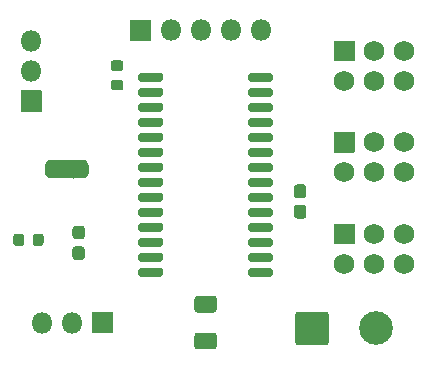
<source format=gbr>
G04 #@! TF.GenerationSoftware,KiCad,Pcbnew,(5.1.8)-1*
G04 #@! TF.CreationDate,2021-02-17T15:41:40-07:00*
G04 #@! TF.ProjectId,LED-Controller,4c45442d-436f-46e7-9472-6f6c6c65722e,rev?*
G04 #@! TF.SameCoordinates,Original*
G04 #@! TF.FileFunction,Soldermask,Top*
G04 #@! TF.FilePolarity,Negative*
%FSLAX46Y46*%
G04 Gerber Fmt 4.6, Leading zero omitted, Abs format (unit mm)*
G04 Created by KiCad (PCBNEW (5.1.8)-1) date 2021-02-17 15:41:40*
%MOMM*%
%LPD*%
G01*
G04 APERTURE LIST*
%ADD10C,1.752000*%
%ADD11C,2.852000*%
%ADD12C,0.100000*%
%ADD13O,1.802000X1.802000*%
G04 APERTURE END LIST*
D10*
X153830000Y-91540000D03*
X151290000Y-91540000D03*
X148750000Y-91540000D03*
X153830000Y-89000000D03*
X151290000Y-89000000D03*
G36*
G01*
X147925000Y-88124000D02*
X149575000Y-88124000D01*
G75*
G02*
X149626000Y-88175000I0J-51000D01*
G01*
X149626000Y-89825000D01*
G75*
G02*
X149575000Y-89876000I-51000J0D01*
G01*
X147925000Y-89876000D01*
G75*
G02*
X147874000Y-89825000I0J51000D01*
G01*
X147874000Y-88175000D01*
G75*
G02*
X147925000Y-88124000I51000J0D01*
G01*
G37*
X153830000Y-83790000D03*
X151290000Y-83790000D03*
X148750000Y-83790000D03*
X153830000Y-81250000D03*
X151290000Y-81250000D03*
G36*
G01*
X147925000Y-80374000D02*
X149575000Y-80374000D01*
G75*
G02*
X149626000Y-80425000I0J-51000D01*
G01*
X149626000Y-82075000D01*
G75*
G02*
X149575000Y-82126000I-51000J0D01*
G01*
X147925000Y-82126000D01*
G75*
G02*
X147874000Y-82075000I0J51000D01*
G01*
X147874000Y-80425000D01*
G75*
G02*
X147925000Y-80374000I51000J0D01*
G01*
G37*
X153830000Y-76040000D03*
X151290000Y-76040000D03*
X148750000Y-76040000D03*
X153830000Y-73500000D03*
X151290000Y-73500000D03*
G36*
G01*
X147925000Y-72624000D02*
X149575000Y-72624000D01*
G75*
G02*
X149626000Y-72675000I0J-51000D01*
G01*
X149626000Y-74325000D01*
G75*
G02*
X149575000Y-74376000I-51000J0D01*
G01*
X147925000Y-74376000D01*
G75*
G02*
X147874000Y-74325000I0J51000D01*
G01*
X147874000Y-72675000D01*
G75*
G02*
X147925000Y-72624000I51000J0D01*
G01*
G37*
D11*
X151400000Y-97000000D03*
G36*
G01*
X144574000Y-98166730D02*
X144574000Y-95833270D01*
G75*
G02*
X144833270Y-95574000I259270J0D01*
G01*
X147166730Y-95574000D01*
G75*
G02*
X147426000Y-95833270I0J-259270D01*
G01*
X147426000Y-98166730D01*
G75*
G02*
X147166730Y-98426000I-259270J0D01*
G01*
X144833270Y-98426000D01*
G75*
G02*
X144574000Y-98166730I0J259270D01*
G01*
G37*
D12*
G36*
X125990050Y-84300020D02*
G01*
X125980483Y-84297118D01*
X125971666Y-84292405D01*
X125963938Y-84286062D01*
X125957595Y-84278334D01*
X125952882Y-84269517D01*
X125949980Y-84259950D01*
X125949000Y-84250000D01*
X125949000Y-82750000D01*
X125949980Y-82740050D01*
X125952882Y-82730483D01*
X125957595Y-82721666D01*
X125963938Y-82713938D01*
X125971666Y-82707595D01*
X125980483Y-82702882D01*
X125990050Y-82699980D01*
X126000000Y-82699000D01*
X126550000Y-82699000D01*
X126556112Y-82699602D01*
X126574534Y-82699602D01*
X126579533Y-82699848D01*
X126628364Y-82704658D01*
X126633314Y-82705392D01*
X126681439Y-82714964D01*
X126686295Y-82716180D01*
X126733250Y-82730424D01*
X126737961Y-82732110D01*
X126783294Y-82750887D01*
X126787820Y-82753027D01*
X126831093Y-82776158D01*
X126835384Y-82778731D01*
X126876183Y-82805991D01*
X126880204Y-82808973D01*
X126918133Y-82840101D01*
X126921841Y-82843462D01*
X126956538Y-82878159D01*
X126959899Y-82881867D01*
X126991027Y-82919796D01*
X126994009Y-82923817D01*
X127021269Y-82964616D01*
X127023842Y-82968907D01*
X127046973Y-83012180D01*
X127049113Y-83016706D01*
X127067890Y-83062039D01*
X127069576Y-83066750D01*
X127083820Y-83113705D01*
X127085036Y-83118561D01*
X127094608Y-83166686D01*
X127095342Y-83171636D01*
X127100152Y-83220467D01*
X127100398Y-83225466D01*
X127100398Y-83243888D01*
X127101000Y-83250000D01*
X127101000Y-83750000D01*
X127100398Y-83756112D01*
X127100398Y-83774534D01*
X127100152Y-83779533D01*
X127095342Y-83828364D01*
X127094608Y-83833314D01*
X127085036Y-83881439D01*
X127083820Y-83886295D01*
X127069576Y-83933250D01*
X127067890Y-83937961D01*
X127049113Y-83983294D01*
X127046973Y-83987820D01*
X127023842Y-84031093D01*
X127021269Y-84035384D01*
X126994009Y-84076183D01*
X126991027Y-84080204D01*
X126959899Y-84118133D01*
X126956538Y-84121841D01*
X126921841Y-84156538D01*
X126918133Y-84159899D01*
X126880204Y-84191027D01*
X126876183Y-84194009D01*
X126835384Y-84221269D01*
X126831093Y-84223842D01*
X126787820Y-84246973D01*
X126783294Y-84249113D01*
X126737961Y-84267890D01*
X126733250Y-84269576D01*
X126686295Y-84283820D01*
X126681439Y-84285036D01*
X126633314Y-84294608D01*
X126628364Y-84295342D01*
X126579533Y-84300152D01*
X126574534Y-84300398D01*
X126556112Y-84300398D01*
X126550000Y-84301000D01*
X126000000Y-84301000D01*
X125990050Y-84300020D01*
G37*
G36*
G01*
X125801000Y-82750000D02*
X125801000Y-84250000D01*
G75*
G02*
X125750000Y-84301000I-51000J0D01*
G01*
X124750000Y-84301000D01*
G75*
G02*
X124699000Y-84250000I0J51000D01*
G01*
X124699000Y-82750000D01*
G75*
G02*
X124750000Y-82699000I51000J0D01*
G01*
X125750000Y-82699000D01*
G75*
G02*
X125801000Y-82750000I0J-51000D01*
G01*
G37*
G36*
X123943888Y-84300398D02*
G01*
X123925466Y-84300398D01*
X123920467Y-84300152D01*
X123871636Y-84295342D01*
X123866686Y-84294608D01*
X123818561Y-84285036D01*
X123813705Y-84283820D01*
X123766750Y-84269576D01*
X123762039Y-84267890D01*
X123716706Y-84249113D01*
X123712180Y-84246973D01*
X123668907Y-84223842D01*
X123664616Y-84221269D01*
X123623817Y-84194009D01*
X123619796Y-84191027D01*
X123581867Y-84159899D01*
X123578159Y-84156538D01*
X123543462Y-84121841D01*
X123540101Y-84118133D01*
X123508973Y-84080204D01*
X123505991Y-84076183D01*
X123478731Y-84035384D01*
X123476158Y-84031093D01*
X123453027Y-83987820D01*
X123450887Y-83983294D01*
X123432110Y-83937961D01*
X123430424Y-83933250D01*
X123416180Y-83886295D01*
X123414964Y-83881439D01*
X123405392Y-83833314D01*
X123404658Y-83828364D01*
X123399848Y-83779533D01*
X123399602Y-83774534D01*
X123399602Y-83756112D01*
X123399000Y-83750000D01*
X123399000Y-83250000D01*
X123399602Y-83243888D01*
X123399602Y-83225466D01*
X123399848Y-83220467D01*
X123404658Y-83171636D01*
X123405392Y-83166686D01*
X123414964Y-83118561D01*
X123416180Y-83113705D01*
X123430424Y-83066750D01*
X123432110Y-83062039D01*
X123450887Y-83016706D01*
X123453027Y-83012180D01*
X123476158Y-82968907D01*
X123478731Y-82964616D01*
X123505991Y-82923817D01*
X123508973Y-82919796D01*
X123540101Y-82881867D01*
X123543462Y-82878159D01*
X123578159Y-82843462D01*
X123581867Y-82840101D01*
X123619796Y-82808973D01*
X123623817Y-82805991D01*
X123664616Y-82778731D01*
X123668907Y-82776158D01*
X123712180Y-82753027D01*
X123716706Y-82750887D01*
X123762039Y-82732110D01*
X123766750Y-82730424D01*
X123813705Y-82716180D01*
X123818561Y-82714964D01*
X123866686Y-82705392D01*
X123871636Y-82704658D01*
X123920467Y-82699848D01*
X123925466Y-82699602D01*
X123943888Y-82699602D01*
X123950000Y-82699000D01*
X124500000Y-82699000D01*
X124509950Y-82699980D01*
X124519517Y-82702882D01*
X124528334Y-82707595D01*
X124536062Y-82713938D01*
X124542405Y-82721666D01*
X124547118Y-82730483D01*
X124550020Y-82740050D01*
X124551000Y-82750000D01*
X124551000Y-84250000D01*
X124550020Y-84259950D01*
X124547118Y-84269517D01*
X124542405Y-84278334D01*
X124536062Y-84286062D01*
X124528334Y-84292405D01*
X124519517Y-84297118D01*
X124509950Y-84300020D01*
X124500000Y-84301000D01*
X123950000Y-84301000D01*
X123943888Y-84300398D01*
G37*
G36*
G01*
X140574000Y-75920500D02*
X140574000Y-75569500D01*
G75*
G02*
X140749500Y-75394000I175500J0D01*
G01*
X142550500Y-75394000D01*
G75*
G02*
X142726000Y-75569500I0J-175500D01*
G01*
X142726000Y-75920500D01*
G75*
G02*
X142550500Y-76096000I-175500J0D01*
G01*
X140749500Y-76096000D01*
G75*
G02*
X140574000Y-75920500I0J175500D01*
G01*
G37*
G36*
G01*
X140574000Y-77190500D02*
X140574000Y-76839500D01*
G75*
G02*
X140749500Y-76664000I175500J0D01*
G01*
X142550500Y-76664000D01*
G75*
G02*
X142726000Y-76839500I0J-175500D01*
G01*
X142726000Y-77190500D01*
G75*
G02*
X142550500Y-77366000I-175500J0D01*
G01*
X140749500Y-77366000D01*
G75*
G02*
X140574000Y-77190500I0J175500D01*
G01*
G37*
G36*
G01*
X140574000Y-78460500D02*
X140574000Y-78109500D01*
G75*
G02*
X140749500Y-77934000I175500J0D01*
G01*
X142550500Y-77934000D01*
G75*
G02*
X142726000Y-78109500I0J-175500D01*
G01*
X142726000Y-78460500D01*
G75*
G02*
X142550500Y-78636000I-175500J0D01*
G01*
X140749500Y-78636000D01*
G75*
G02*
X140574000Y-78460500I0J175500D01*
G01*
G37*
G36*
G01*
X140574000Y-79730500D02*
X140574000Y-79379500D01*
G75*
G02*
X140749500Y-79204000I175500J0D01*
G01*
X142550500Y-79204000D01*
G75*
G02*
X142726000Y-79379500I0J-175500D01*
G01*
X142726000Y-79730500D01*
G75*
G02*
X142550500Y-79906000I-175500J0D01*
G01*
X140749500Y-79906000D01*
G75*
G02*
X140574000Y-79730500I0J175500D01*
G01*
G37*
G36*
G01*
X140574000Y-81000500D02*
X140574000Y-80649500D01*
G75*
G02*
X140749500Y-80474000I175500J0D01*
G01*
X142550500Y-80474000D01*
G75*
G02*
X142726000Y-80649500I0J-175500D01*
G01*
X142726000Y-81000500D01*
G75*
G02*
X142550500Y-81176000I-175500J0D01*
G01*
X140749500Y-81176000D01*
G75*
G02*
X140574000Y-81000500I0J175500D01*
G01*
G37*
G36*
G01*
X140574000Y-82270500D02*
X140574000Y-81919500D01*
G75*
G02*
X140749500Y-81744000I175500J0D01*
G01*
X142550500Y-81744000D01*
G75*
G02*
X142726000Y-81919500I0J-175500D01*
G01*
X142726000Y-82270500D01*
G75*
G02*
X142550500Y-82446000I-175500J0D01*
G01*
X140749500Y-82446000D01*
G75*
G02*
X140574000Y-82270500I0J175500D01*
G01*
G37*
G36*
G01*
X140574000Y-83540500D02*
X140574000Y-83189500D01*
G75*
G02*
X140749500Y-83014000I175500J0D01*
G01*
X142550500Y-83014000D01*
G75*
G02*
X142726000Y-83189500I0J-175500D01*
G01*
X142726000Y-83540500D01*
G75*
G02*
X142550500Y-83716000I-175500J0D01*
G01*
X140749500Y-83716000D01*
G75*
G02*
X140574000Y-83540500I0J175500D01*
G01*
G37*
G36*
G01*
X140574000Y-84810500D02*
X140574000Y-84459500D01*
G75*
G02*
X140749500Y-84284000I175500J0D01*
G01*
X142550500Y-84284000D01*
G75*
G02*
X142726000Y-84459500I0J-175500D01*
G01*
X142726000Y-84810500D01*
G75*
G02*
X142550500Y-84986000I-175500J0D01*
G01*
X140749500Y-84986000D01*
G75*
G02*
X140574000Y-84810500I0J175500D01*
G01*
G37*
G36*
G01*
X140574000Y-86080500D02*
X140574000Y-85729500D01*
G75*
G02*
X140749500Y-85554000I175500J0D01*
G01*
X142550500Y-85554000D01*
G75*
G02*
X142726000Y-85729500I0J-175500D01*
G01*
X142726000Y-86080500D01*
G75*
G02*
X142550500Y-86256000I-175500J0D01*
G01*
X140749500Y-86256000D01*
G75*
G02*
X140574000Y-86080500I0J175500D01*
G01*
G37*
G36*
G01*
X140574000Y-87350500D02*
X140574000Y-86999500D01*
G75*
G02*
X140749500Y-86824000I175500J0D01*
G01*
X142550500Y-86824000D01*
G75*
G02*
X142726000Y-86999500I0J-175500D01*
G01*
X142726000Y-87350500D01*
G75*
G02*
X142550500Y-87526000I-175500J0D01*
G01*
X140749500Y-87526000D01*
G75*
G02*
X140574000Y-87350500I0J175500D01*
G01*
G37*
G36*
G01*
X140574000Y-88620500D02*
X140574000Y-88269500D01*
G75*
G02*
X140749500Y-88094000I175500J0D01*
G01*
X142550500Y-88094000D01*
G75*
G02*
X142726000Y-88269500I0J-175500D01*
G01*
X142726000Y-88620500D01*
G75*
G02*
X142550500Y-88796000I-175500J0D01*
G01*
X140749500Y-88796000D01*
G75*
G02*
X140574000Y-88620500I0J175500D01*
G01*
G37*
G36*
G01*
X140574000Y-89890500D02*
X140574000Y-89539500D01*
G75*
G02*
X140749500Y-89364000I175500J0D01*
G01*
X142550500Y-89364000D01*
G75*
G02*
X142726000Y-89539500I0J-175500D01*
G01*
X142726000Y-89890500D01*
G75*
G02*
X142550500Y-90066000I-175500J0D01*
G01*
X140749500Y-90066000D01*
G75*
G02*
X140574000Y-89890500I0J175500D01*
G01*
G37*
G36*
G01*
X140574000Y-91160500D02*
X140574000Y-90809500D01*
G75*
G02*
X140749500Y-90634000I175500J0D01*
G01*
X142550500Y-90634000D01*
G75*
G02*
X142726000Y-90809500I0J-175500D01*
G01*
X142726000Y-91160500D01*
G75*
G02*
X142550500Y-91336000I-175500J0D01*
G01*
X140749500Y-91336000D01*
G75*
G02*
X140574000Y-91160500I0J175500D01*
G01*
G37*
G36*
G01*
X140574000Y-92430500D02*
X140574000Y-92079500D01*
G75*
G02*
X140749500Y-91904000I175500J0D01*
G01*
X142550500Y-91904000D01*
G75*
G02*
X142726000Y-92079500I0J-175500D01*
G01*
X142726000Y-92430500D01*
G75*
G02*
X142550500Y-92606000I-175500J0D01*
G01*
X140749500Y-92606000D01*
G75*
G02*
X140574000Y-92430500I0J175500D01*
G01*
G37*
G36*
G01*
X131274000Y-92430500D02*
X131274000Y-92079500D01*
G75*
G02*
X131449500Y-91904000I175500J0D01*
G01*
X133250500Y-91904000D01*
G75*
G02*
X133426000Y-92079500I0J-175500D01*
G01*
X133426000Y-92430500D01*
G75*
G02*
X133250500Y-92606000I-175500J0D01*
G01*
X131449500Y-92606000D01*
G75*
G02*
X131274000Y-92430500I0J175500D01*
G01*
G37*
G36*
G01*
X131274000Y-91160500D02*
X131274000Y-90809500D01*
G75*
G02*
X131449500Y-90634000I175500J0D01*
G01*
X133250500Y-90634000D01*
G75*
G02*
X133426000Y-90809500I0J-175500D01*
G01*
X133426000Y-91160500D01*
G75*
G02*
X133250500Y-91336000I-175500J0D01*
G01*
X131449500Y-91336000D01*
G75*
G02*
X131274000Y-91160500I0J175500D01*
G01*
G37*
G36*
G01*
X131274000Y-89890500D02*
X131274000Y-89539500D01*
G75*
G02*
X131449500Y-89364000I175500J0D01*
G01*
X133250500Y-89364000D01*
G75*
G02*
X133426000Y-89539500I0J-175500D01*
G01*
X133426000Y-89890500D01*
G75*
G02*
X133250500Y-90066000I-175500J0D01*
G01*
X131449500Y-90066000D01*
G75*
G02*
X131274000Y-89890500I0J175500D01*
G01*
G37*
G36*
G01*
X131274000Y-88620500D02*
X131274000Y-88269500D01*
G75*
G02*
X131449500Y-88094000I175500J0D01*
G01*
X133250500Y-88094000D01*
G75*
G02*
X133426000Y-88269500I0J-175500D01*
G01*
X133426000Y-88620500D01*
G75*
G02*
X133250500Y-88796000I-175500J0D01*
G01*
X131449500Y-88796000D01*
G75*
G02*
X131274000Y-88620500I0J175500D01*
G01*
G37*
G36*
G01*
X131274000Y-87350500D02*
X131274000Y-86999500D01*
G75*
G02*
X131449500Y-86824000I175500J0D01*
G01*
X133250500Y-86824000D01*
G75*
G02*
X133426000Y-86999500I0J-175500D01*
G01*
X133426000Y-87350500D01*
G75*
G02*
X133250500Y-87526000I-175500J0D01*
G01*
X131449500Y-87526000D01*
G75*
G02*
X131274000Y-87350500I0J175500D01*
G01*
G37*
G36*
G01*
X131274000Y-86080500D02*
X131274000Y-85729500D01*
G75*
G02*
X131449500Y-85554000I175500J0D01*
G01*
X133250500Y-85554000D01*
G75*
G02*
X133426000Y-85729500I0J-175500D01*
G01*
X133426000Y-86080500D01*
G75*
G02*
X133250500Y-86256000I-175500J0D01*
G01*
X131449500Y-86256000D01*
G75*
G02*
X131274000Y-86080500I0J175500D01*
G01*
G37*
G36*
G01*
X131274000Y-84810500D02*
X131274000Y-84459500D01*
G75*
G02*
X131449500Y-84284000I175500J0D01*
G01*
X133250500Y-84284000D01*
G75*
G02*
X133426000Y-84459500I0J-175500D01*
G01*
X133426000Y-84810500D01*
G75*
G02*
X133250500Y-84986000I-175500J0D01*
G01*
X131449500Y-84986000D01*
G75*
G02*
X131274000Y-84810500I0J175500D01*
G01*
G37*
G36*
G01*
X131274000Y-83540500D02*
X131274000Y-83189500D01*
G75*
G02*
X131449500Y-83014000I175500J0D01*
G01*
X133250500Y-83014000D01*
G75*
G02*
X133426000Y-83189500I0J-175500D01*
G01*
X133426000Y-83540500D01*
G75*
G02*
X133250500Y-83716000I-175500J0D01*
G01*
X131449500Y-83716000D01*
G75*
G02*
X131274000Y-83540500I0J175500D01*
G01*
G37*
G36*
G01*
X131274000Y-82270500D02*
X131274000Y-81919500D01*
G75*
G02*
X131449500Y-81744000I175500J0D01*
G01*
X133250500Y-81744000D01*
G75*
G02*
X133426000Y-81919500I0J-175500D01*
G01*
X133426000Y-82270500D01*
G75*
G02*
X133250500Y-82446000I-175500J0D01*
G01*
X131449500Y-82446000D01*
G75*
G02*
X131274000Y-82270500I0J175500D01*
G01*
G37*
G36*
G01*
X131274000Y-81000500D02*
X131274000Y-80649500D01*
G75*
G02*
X131449500Y-80474000I175500J0D01*
G01*
X133250500Y-80474000D01*
G75*
G02*
X133426000Y-80649500I0J-175500D01*
G01*
X133426000Y-81000500D01*
G75*
G02*
X133250500Y-81176000I-175500J0D01*
G01*
X131449500Y-81176000D01*
G75*
G02*
X131274000Y-81000500I0J175500D01*
G01*
G37*
G36*
G01*
X131274000Y-79730500D02*
X131274000Y-79379500D01*
G75*
G02*
X131449500Y-79204000I175500J0D01*
G01*
X133250500Y-79204000D01*
G75*
G02*
X133426000Y-79379500I0J-175500D01*
G01*
X133426000Y-79730500D01*
G75*
G02*
X133250500Y-79906000I-175500J0D01*
G01*
X131449500Y-79906000D01*
G75*
G02*
X131274000Y-79730500I0J175500D01*
G01*
G37*
G36*
G01*
X131274000Y-78460500D02*
X131274000Y-78109500D01*
G75*
G02*
X131449500Y-77934000I175500J0D01*
G01*
X133250500Y-77934000D01*
G75*
G02*
X133426000Y-78109500I0J-175500D01*
G01*
X133426000Y-78460500D01*
G75*
G02*
X133250500Y-78636000I-175500J0D01*
G01*
X131449500Y-78636000D01*
G75*
G02*
X131274000Y-78460500I0J175500D01*
G01*
G37*
G36*
G01*
X131274000Y-77190500D02*
X131274000Y-76839500D01*
G75*
G02*
X131449500Y-76664000I175500J0D01*
G01*
X133250500Y-76664000D01*
G75*
G02*
X133426000Y-76839500I0J-175500D01*
G01*
X133426000Y-77190500D01*
G75*
G02*
X133250500Y-77366000I-175500J0D01*
G01*
X131449500Y-77366000D01*
G75*
G02*
X131274000Y-77190500I0J175500D01*
G01*
G37*
G36*
G01*
X131274000Y-75920500D02*
X131274000Y-75569500D01*
G75*
G02*
X131449500Y-75394000I175500J0D01*
G01*
X133250500Y-75394000D01*
G75*
G02*
X133426000Y-75569500I0J-175500D01*
G01*
X133426000Y-75920500D01*
G75*
G02*
X133250500Y-76096000I-175500J0D01*
G01*
X131449500Y-76096000D01*
G75*
G02*
X131274000Y-75920500I0J175500D01*
G01*
G37*
G36*
G01*
X129800500Y-75201000D02*
X129199500Y-75201000D01*
G75*
G02*
X128974000Y-74975500I0J225500D01*
G01*
X128974000Y-74524500D01*
G75*
G02*
X129199500Y-74299000I225500J0D01*
G01*
X129800500Y-74299000D01*
G75*
G02*
X130026000Y-74524500I0J-225500D01*
G01*
X130026000Y-74975500D01*
G75*
G02*
X129800500Y-75201000I-225500J0D01*
G01*
G37*
G36*
G01*
X129800500Y-76851000D02*
X129199500Y-76851000D01*
G75*
G02*
X128974000Y-76625500I0J225500D01*
G01*
X128974000Y-76174500D01*
G75*
G02*
X129199500Y-75949000I225500J0D01*
G01*
X129800500Y-75949000D01*
G75*
G02*
X130026000Y-76174500I0J-225500D01*
G01*
X130026000Y-76625500D01*
G75*
G02*
X129800500Y-76851000I-225500J0D01*
G01*
G37*
G36*
G01*
X121626000Y-89199500D02*
X121626000Y-89800500D01*
G75*
G02*
X121400500Y-90026000I-225500J0D01*
G01*
X120949500Y-90026000D01*
G75*
G02*
X120724000Y-89800500I0J225500D01*
G01*
X120724000Y-89199500D01*
G75*
G02*
X120949500Y-88974000I225500J0D01*
G01*
X121400500Y-88974000D01*
G75*
G02*
X121626000Y-89199500I0J-225500D01*
G01*
G37*
G36*
G01*
X123276000Y-89199500D02*
X123276000Y-89800500D01*
G75*
G02*
X123050500Y-90026000I-225500J0D01*
G01*
X122599500Y-90026000D01*
G75*
G02*
X122374000Y-89800500I0J225500D01*
G01*
X122374000Y-89199500D01*
G75*
G02*
X122599500Y-88974000I225500J0D01*
G01*
X123050500Y-88974000D01*
G75*
G02*
X123276000Y-89199500I0J-225500D01*
G01*
G37*
D13*
X123170000Y-96500000D03*
X125710000Y-96500000D03*
G36*
G01*
X127400000Y-95599000D02*
X129100000Y-95599000D01*
G75*
G02*
X129151000Y-95650000I0J-51000D01*
G01*
X129151000Y-97350000D01*
G75*
G02*
X129100000Y-97401000I-51000J0D01*
G01*
X127400000Y-97401000D01*
G75*
G02*
X127349000Y-97350000I0J51000D01*
G01*
X127349000Y-95650000D01*
G75*
G02*
X127400000Y-95599000I51000J0D01*
G01*
G37*
X122250000Y-72670000D03*
X122250000Y-75210000D03*
G36*
G01*
X123151000Y-76900000D02*
X123151000Y-78600000D01*
G75*
G02*
X123100000Y-78651000I-51000J0D01*
G01*
X121400000Y-78651000D01*
G75*
G02*
X121349000Y-78600000I0J51000D01*
G01*
X121349000Y-76900000D01*
G75*
G02*
X121400000Y-76849000I51000J0D01*
G01*
X123100000Y-76849000D01*
G75*
G02*
X123151000Y-76900000I0J-51000D01*
G01*
G37*
X141660000Y-71750000D03*
X139120000Y-71750000D03*
X136580000Y-71750000D03*
X134040000Y-71750000D03*
G36*
G01*
X132350000Y-72651000D02*
X130650000Y-72651000D01*
G75*
G02*
X130599000Y-72600000I0J51000D01*
G01*
X130599000Y-70900000D01*
G75*
G02*
X130650000Y-70849000I51000J0D01*
G01*
X132350000Y-70849000D01*
G75*
G02*
X132401000Y-70900000I0J-51000D01*
G01*
X132401000Y-72600000D01*
G75*
G02*
X132350000Y-72651000I-51000J0D01*
G01*
G37*
G36*
G01*
X125987000Y-90049000D02*
X126513000Y-90049000D01*
G75*
G02*
X126776000Y-90312000I0J-263000D01*
G01*
X126776000Y-90938000D01*
G75*
G02*
X126513000Y-91201000I-263000J0D01*
G01*
X125987000Y-91201000D01*
G75*
G02*
X125724000Y-90938000I0J263000D01*
G01*
X125724000Y-90312000D01*
G75*
G02*
X125987000Y-90049000I263000J0D01*
G01*
G37*
G36*
G01*
X125987000Y-88299000D02*
X126513000Y-88299000D01*
G75*
G02*
X126776000Y-88562000I0J-263000D01*
G01*
X126776000Y-89188000D01*
G75*
G02*
X126513000Y-89451000I-263000J0D01*
G01*
X125987000Y-89451000D01*
G75*
G02*
X125724000Y-89188000I0J263000D01*
G01*
X125724000Y-88562000D01*
G75*
G02*
X125987000Y-88299000I263000J0D01*
G01*
G37*
G36*
G01*
X145263000Y-85976000D02*
X144737000Y-85976000D01*
G75*
G02*
X144474000Y-85713000I0J263000D01*
G01*
X144474000Y-85062000D01*
G75*
G02*
X144737000Y-84799000I263000J0D01*
G01*
X145263000Y-84799000D01*
G75*
G02*
X145526000Y-85062000I0J-263000D01*
G01*
X145526000Y-85713000D01*
G75*
G02*
X145263000Y-85976000I-263000J0D01*
G01*
G37*
G36*
G01*
X145263000Y-87701000D02*
X144737000Y-87701000D01*
G75*
G02*
X144474000Y-87438000I0J263000D01*
G01*
X144474000Y-86787000D01*
G75*
G02*
X144737000Y-86524000I263000J0D01*
G01*
X145263000Y-86524000D01*
G75*
G02*
X145526000Y-86787000I0J-263000D01*
G01*
X145526000Y-87438000D01*
G75*
G02*
X145263000Y-87701000I-263000J0D01*
G01*
G37*
G36*
G01*
X136318242Y-97349000D02*
X137681758Y-97349000D01*
G75*
G02*
X137951000Y-97618242I0J-269242D01*
G01*
X137951000Y-98506758D01*
G75*
G02*
X137681758Y-98776000I-269242J0D01*
G01*
X136318242Y-98776000D01*
G75*
G02*
X136049000Y-98506758I0J269242D01*
G01*
X136049000Y-97618242D01*
G75*
G02*
X136318242Y-97349000I269242J0D01*
G01*
G37*
G36*
G01*
X136318242Y-94224000D02*
X137681758Y-94224000D01*
G75*
G02*
X137951000Y-94493242I0J-269242D01*
G01*
X137951000Y-95381758D01*
G75*
G02*
X137681758Y-95651000I-269242J0D01*
G01*
X136318242Y-95651000D01*
G75*
G02*
X136049000Y-95381758I0J269242D01*
G01*
X136049000Y-94493242D01*
G75*
G02*
X136318242Y-94224000I269242J0D01*
G01*
G37*
D12*
G36*
X125824810Y-82697731D02*
G01*
X125831710Y-82706139D01*
X125846559Y-82718325D01*
X125863500Y-82727380D01*
X125881885Y-82732958D01*
X125900999Y-82734840D01*
X125920113Y-82732958D01*
X125938498Y-82727380D01*
X125955487Y-82718299D01*
X125961525Y-82713821D01*
X125963512Y-82713592D01*
X125964703Y-82715198D01*
X125964262Y-82716696D01*
X125959266Y-82722782D01*
X125954739Y-82731252D01*
X125951950Y-82740445D01*
X125951000Y-82750094D01*
X125951000Y-84249906D01*
X125951950Y-84259555D01*
X125954739Y-84268748D01*
X125959266Y-84277218D01*
X125964492Y-84283584D01*
X125964818Y-84285557D01*
X125963272Y-84286826D01*
X125961835Y-84286516D01*
X125947193Y-84276733D01*
X125929447Y-84269382D01*
X125910604Y-84265633D01*
X125891399Y-84265632D01*
X125872555Y-84269380D01*
X125854809Y-84276731D01*
X125838836Y-84287402D01*
X125825254Y-84300984D01*
X125824501Y-84302111D01*
X125822838Y-84303000D01*
X125801000Y-84303000D01*
X125799268Y-84302000D01*
X125799000Y-84301000D01*
X125799000Y-82699000D01*
X125800000Y-82697268D01*
X125801000Y-82697000D01*
X125823264Y-82697000D01*
X125824810Y-82697731D01*
G37*
G36*
X124700732Y-82698000D02*
G01*
X124701000Y-82699000D01*
X124701000Y-84301000D01*
X124700000Y-84302732D01*
X124699000Y-84303000D01*
X124676736Y-84303000D01*
X124675190Y-84302269D01*
X124668290Y-84293861D01*
X124653441Y-84281675D01*
X124636500Y-84272620D01*
X124618115Y-84267042D01*
X124599001Y-84265160D01*
X124579887Y-84267042D01*
X124561502Y-84272620D01*
X124544513Y-84281701D01*
X124538475Y-84286179D01*
X124536488Y-84286408D01*
X124535297Y-84284802D01*
X124535738Y-84283304D01*
X124540734Y-84277218D01*
X124545261Y-84268748D01*
X124548050Y-84259555D01*
X124549000Y-84249906D01*
X124549000Y-82750094D01*
X124548050Y-82740445D01*
X124545261Y-82731252D01*
X124540734Y-82722782D01*
X124535508Y-82716416D01*
X124535182Y-82714443D01*
X124536728Y-82713174D01*
X124538165Y-82713484D01*
X124552807Y-82723267D01*
X124570553Y-82730618D01*
X124589396Y-82734367D01*
X124608601Y-82734368D01*
X124627445Y-82730620D01*
X124645191Y-82723269D01*
X124661164Y-82712598D01*
X124674746Y-82699016D01*
X124675499Y-82697889D01*
X124677162Y-82697000D01*
X124699000Y-82697000D01*
X124700732Y-82698000D01*
G37*
M02*

</source>
